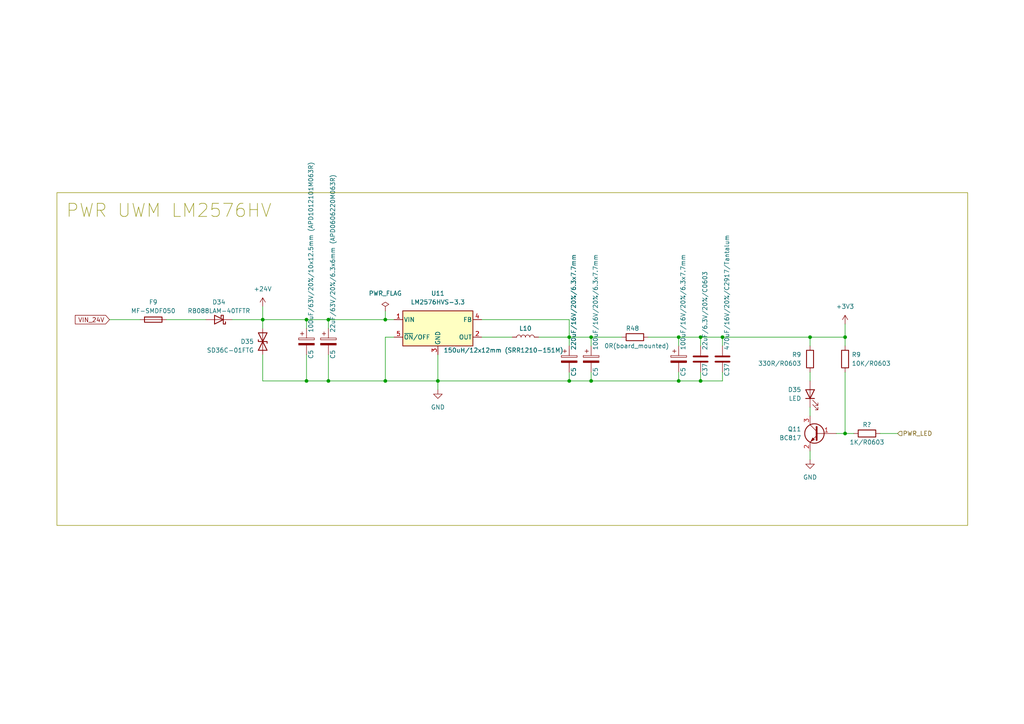
<source format=kicad_sch>
(kicad_sch (version 20230121) (generator eeschema)
  (paper "A4")
  (title_block (title "SAM4E") (date "2023-12-22") (rev "A") (comment 1 "Author: Nicolae-Andrei Vasile"))
  (lib_symbols
    (symbol "Device:C" (pin_numbers hide) (pin_names (offset 0.254))
      (property "Reference" "C" (at 0.635 2.54 0))
      (property "Value" "C" (at 0.635 -2.54 0))
      (symbol "C_0_1"
        (polyline (pts (xy -2.032 -0.762) (xy 2.032 -0.762)) (stroke (width 0.508)))
        (polyline (pts (xy -2.032 0.762) (xy 2.032 0.762)) (stroke (width 0.508)))
      )
      (symbol "C_1_1"
        (pin passive line (at 0 3.81 270) (length 2.794) (name "~") (number "1"))
        (pin passive line (at 0 -3.81 90) (length 2.794) (name "~") (number "2"))
      )
    )
    (symbol "Device:C_Polarized" (pin_numbers hide) (pin_names (offset 0.254))
      (property "Reference" "C" (at 0.635 2.54 0))
      (property "Value" "C_Polarized" (at 0.635 -2.54 0))
      (symbol "C_Polarized_0_1"
        (rectangle (start -2.286 0.508) (end 2.286 1.016))
        (polyline (pts (xy -1.778 2.286) (xy -0.762 2.286)))
        (polyline (pts (xy -1.27 2.794) (xy -1.27 1.778)))
        (rectangle (start 2.286 -0.508) (end -2.286 -1.016) (fill (type outline)))
      )
      (symbol "C_Polarized_1_1"
        (pin passive line (at 0 3.81 270) (length 2.794) (name "~") (number "1"))
        (pin passive line (at 0 -3.81 90) (length 2.794) (name "~") (number "2"))
      )
    )
    (symbol "Device:D_Schottky" (pin_numbers hide) (pin_names (offset 1.016) hide)
      (property "Reference" "D" (at 0 2.54 0))
      (property "Value" "D_Schottky" (at 0 -2.54 0))
      (symbol "D_Schottky_0_1"
        (polyline (pts (xy 1.27 0) (xy -1.27 0)))
        (polyline (pts (xy 1.27 1.27) (xy 1.27 -1.27) (xy -1.27 0) (xy 1.27 1.27)) (stroke (width 0.254)))
        (polyline (pts (xy -1.905 0.635) (xy -1.905 1.27) (xy -1.27 1.27) (xy -1.27 -1.27) (xy -0.635 -1.27) (xy -0.635 -0.635)) (stroke (width 0.254)))
      )
      (symbol "D_Schottky_1_1"
        (pin passive line (at -3.81 0 0) (length 2.54) (name "K") (number "1"))
        (pin passive line (at 3.81 0 180) (length 2.54) (name "A") (number "2"))
      )
    )
    (symbol "Device:Fuse" (pin_numbers hide) (pin_names (offset 0))
      (property "Reference" "F" (at 2.032 0 90))
      (property "Value" "Fuse" (at -1.905 0 90))
      (symbol "Fuse_0_1"
        (rectangle (start -0.762 -2.54) (end 0.762 2.54) (stroke (width 0.254)))
        (polyline (pts (xy 0 2.54) (xy 0 -2.54)))
      )
      (symbol "Fuse_1_1"
        (pin passive line (at 0 3.81 270) (length 1.27) (name "~") (number "1"))
        (pin passive line (at 0 -3.81 90) (length 1.27) (name "~") (number "2"))
      )
    )
    (symbol "Device:L" (pin_numbers hide) (pin_names (offset 1.016) hide)
      (property "Reference" "L" (at -1.27 0 90))
      (property "Value" "L" (at 1.905 0 90))
      (symbol "L_0_1"
        (arc (start 0 -2.54) (mid 0.6323 -1.905) (end 0 -1.27))
        (arc (start 0 -1.27) (mid 0.6323 -0.635) (end 0 0))
        (arc (start 0 0) (mid 0.6323 0.635) (end 0 1.27))
        (arc (start 0 1.27) (mid 0.6323 1.905) (end 0 2.54))
      )
      (symbol "L_1_1"
        (pin passive line (at 0 3.81 270) (length 1.27) (name "1") (number "1"))
        (pin passive line (at 0 -3.81 90) (length 1.27) (name "2") (number "2"))
      )
    )
    (symbol "Device:LED" (pin_numbers hide) (pin_names (offset 1.016) hide)
      (property "Reference" "D" (at 0 2.54 0))
      (property "Value" "LED" (at 0 -2.54 0))
      (symbol "LED_0_1"
        (polyline (pts (xy -1.27 -1.27) (xy -1.27 1.27)) (stroke (width 0.254)))
        (polyline (pts (xy -1.27 0) (xy 1.27 0)))
        (polyline (pts (xy 1.27 -1.27) (xy 1.27 1.27) (xy -1.27 0) (xy 1.27 -1.27)) (stroke (width 0.254)))
        (polyline (pts (xy -3.048 -0.762) (xy -4.572 -2.286) (xy -3.81 -2.286) (xy -4.572 -2.286) (xy -4.572 -1.524)))
        (polyline (pts (xy -1.778 -0.762) (xy -3.302 -2.286) (xy -2.54 -2.286) (xy -3.302 -2.286) (xy -3.302 -1.524)))
      )
      (symbol "LED_1_1"
        (pin passive line (at -3.81 0 0) (length 2.54) (name "K") (number "1"))
        (pin passive line (at 3.81 0 180) (length 2.54) (name "A") (number "2"))
      )
    )
    (symbol "Device:R" (pin_numbers hide) (pin_names (offset 0))
      (property "Reference" "R" (at 2.032 0 90))
      (property "Value" "R" (at 0 0 90))
      (symbol "R_0_1"
        (rectangle (start -1.016 -2.54) (end 1.016 2.54) (stroke (width 0.254)))
      )
      (symbol "R_1_1"
        (pin passive line (at 0 3.81 270) (length 1.27) (name "~") (number "1"))
        (pin passive line (at 0 -3.81 90) (length 1.27) (name "~") (number "2"))
      )
    )
    (symbol "Regulator_Switching:LM2576HVS-3.3" (pin_names (offset 0.254))
      (property "Reference" "U" (at -10.16 6.35 0))
      (property "Value" "LM2576HVS-3.3" (at 0 6.35 0))
      (symbol "LM2576HVS-3.3_0_1"
        (rectangle (start -10.16 5.08) (end 10.16 -5.08) (stroke (width 0.254)) (fill (type background)))
      )
      (symbol "LM2576HVS-3.3_1_1"
        (pin power_in line (at -12.7 2.54 0) (length 2.54) (name "VIN") (number "1"))
        (pin output line (at 12.7 -2.54 180) (length 2.54) (name "OUT") (number "2"))
        (pin power_in line (at 0 -7.62 90) (length 2.54) (name "GND") (number "3"))
        (pin input line (at 12.7 2.54 180) (length 2.54) (name "FB") (number "4"))
        (pin input line (at -12.7 -2.54 0) (length 2.54) (name "~{ON}/OFF") (number "5"))
      )
    )
    (symbol "SparkFun-DiscreteSemi:D_TVS" (pin_numbers hide) (pin_names (offset 1.016) hide)
      (property "Reference" "D" (at 0 2.54 0))
      (property "Value" "D_TVS" (at 0 -2.54 0))
      (symbol "D_TVS_0_1"
        (polyline (pts (xy 1.27 0) (xy -1.27 0)))
        (polyline (pts (xy 0.508 1.27) (xy 0 1.27) (xy 0 -1.27) (xy -0.508 -1.27)) (stroke (width 0.254)))
        (polyline (pts (xy -2.54 1.27) (xy -2.54 -1.27) (xy 2.54 1.27) (xy 2.54 -1.27) (xy -2.54 1.27)) (stroke (width 0.254)))
      )
      (symbol "D_TVS_1_1"
        (pin passive line (at -3.81 0 0) (length 2.54) (name "A1") (number "1"))
        (pin passive line (at 3.81 0 180) (length 2.54) (name "A2") (number "2"))
      )
    )
    (symbol "Transistor_BJT:BC817" (pin_names (offset 0) hide)
      (property "Reference" "Q" (at 5.08 1.905 0))
      (property "Value" "BC817" (at 5.08 0 0))
      (symbol "BC817_0_1"
        (polyline (pts (xy 0.635 0.635) (xy 2.54 2.54)))
        (polyline (pts (xy 0.635 -0.635) (xy 2.54 -2.54) (xy 2.54 -2.54)))
        (polyline (pts (xy 0.635 1.905) (xy 0.635 -1.905) (xy 0.635 -1.905)) (stroke (width 0.508)))
        (polyline (pts (xy 1.27 -1.778) (xy 1.778 -1.27) (xy 2.286 -2.286) (xy 1.27 -1.778) (xy 1.27 -1.778)) (fill (type outline)))
        (circle (center 1.27 0) (radius 2.8194) (stroke (width 0.254)))
      )
      (symbol "BC817_1_1"
        (pin input line (at -5.08 0 0) (length 5.715) (name "B") (number "1"))
        (pin passive line (at 2.54 -5.08 90) (length 2.54) (name "E") (number "2"))
        (pin passive line (at 2.54 5.08 270) (length 2.54) (name "C") (number "3"))
      )
    )
    (symbol "power:+24V" (power) (pin_names (offset 0))
      (property "Value" "+24V" (at 0 3.556 0))
      (symbol "+24V_0_1"
        (polyline (pts (xy -0.762 1.27) (xy 0 2.54)))
        (polyline (pts (xy 0 0) (xy 0 2.54)))
        (polyline (pts (xy 0 2.54) (xy 0.762 1.27)))
      )
      (symbol "+24V_1_1"
        (pin power_in line (at 0 0 90) (length 0) hide (name "+24V") (number "1"))
      )
    )
    (symbol "power:+3V3" (power) (pin_names (offset 0))
      (property "Value" "+3V3" (at 0 3.556 0))
      (symbol "+3V3_0_1"
        (polyline (pts (xy -0.762 1.27) (xy 0 2.54)))
        (polyline (pts (xy 0 0) (xy 0 2.54)))
        (polyline (pts (xy 0 2.54) (xy 0.762 1.27)))
      )
      (symbol "+3V3_1_1"
        (pin power_in line (at 0 0 90) (length 0) hide (name "+3V3") (number "1"))
      )
    )
    (symbol "power:GND" (power) (pin_names (offset 0))
      (property "Value" "GND" (at 0 -3.81 0))
      (symbol "GND_0_1"
        (polyline (pts (xy 0 0) (xy 0 -1.27) (xy 1.27 -1.27) (xy 0 -2.54) (xy -1.27 -1.27) (xy 0 -1.27)))
      )
      (symbol "GND_1_1"
        (pin power_in line (at 0 0 270) (length 0) hide (name "GND") (number "1"))
      )
    )
    (symbol "power:PWR_FLAG" (power) (pin_numbers hide) (pin_names (offset 0) hide)
      (property "Value" "PWR_FLAG" (at 0 3.81 0))
      (symbol "PWR_FLAG_0_0"
        (pin power_out line (at 0 0 90) (length 0) (name "pwr") (number "1"))
      )
      (symbol "PWR_FLAG_0_1"
        (polyline (pts (xy 0 0) (xy 0 1.27) (xy -1.016 1.905) (xy 0 2.54) (xy 1.016 1.905) (xy 0 1.27)))
      )
    )
  )
  (junction (at 245.11 125.73))
  (junction (at 88.9 92.71))
  (junction (at 196.85 110.49))
  (junction (at 209.55 97.79))
  (junction (at 165.1 110.49))
  (junction (at 196.85 97.79))
  (junction (at 111.76 92.71))
  (junction (at 95.25 92.71))
  (junction (at 171.45 97.79))
  (junction (at 127 110.49))
  (junction (at 171.45 110.49))
  (junction (at 95.25 110.49))
  (junction (at 245.11 97.79))
  (junction (at 165.1 97.79))
  (junction (at 111.76 110.49))
  (junction (at 76.2 92.71))
  (junction (at 203.2 110.49))
  (junction (at 203.2 97.79))
  (junction (at 234.95 97.79))
  (junction (at 88.9 110.49))
  (wire (pts (xy 165.1 107.95) (xy 165.1 110.49)))
  (wire (pts (xy 88.9 92.71) (xy 95.25 92.71)))
  (wire (pts (xy 165.1 110.49) (xy 171.45 110.49)))
  (wire (pts (xy 127 110.49) (xy 127 113.03)))
  (wire (pts (xy 196.85 110.49) (xy 203.2 110.49)))
  (wire (pts (xy 88.9 102.87) (xy 88.9 110.49)))
  (wire (pts (xy 127 102.87) (xy 127 110.49)))
  (wire (pts (xy 31.75 92.71) (xy 40.64 92.71)))
  (wire (pts (xy 95.25 102.87) (xy 95.25 110.49)))
  (wire (pts (xy 187.96 97.79) (xy 196.85 97.79)))
  (wire (pts (xy 48.26 92.71) (xy 59.69 92.71)))
  (wire (pts (xy 76.2 92.71) (xy 88.9 92.71)))
  (wire (pts (xy 139.7 92.71) (xy 165.1 92.71)))
  (wire (pts (xy 203.2 110.49) (xy 203.2 107.95)))
  (wire (pts (xy 165.1 110.49) (xy 127 110.49)))
  (wire (pts (xy 95.25 92.71) (xy 111.76 92.71)))
  (wire (pts (xy 255.27 125.73) (xy 260.35 125.73)))
  (wire (pts (xy 76.2 88.9) (xy 76.2 92.71)))
  (wire (pts (xy 165.1 97.79) (xy 165.1 100.33)))
  (wire (pts (xy 171.45 110.49) (xy 196.85 110.49)))
  (wire (pts (xy 245.11 93.98) (xy 245.11 97.79)))
  (wire (pts (xy 245.11 107.95) (xy 245.11 125.73)))
  (wire (pts (xy 111.76 97.79) (xy 111.76 110.49)))
  (wire (pts (xy 245.11 125.73) (xy 242.57 125.73)))
  (wire (pts (xy 88.9 92.71) (xy 88.9 95.25)))
  (wire (pts (xy 245.11 125.73) (xy 247.65 125.73)))
  (wire (pts (xy 139.7 97.79) (xy 148.59 97.79)))
  (wire (pts (xy 165.1 92.71) (xy 165.1 97.79)))
  (wire (pts (xy 111.76 90.17) (xy 111.76 92.71)))
  (wire (pts (xy 88.9 110.49) (xy 95.25 110.49)))
  (wire (pts (xy 203.2 110.49) (xy 209.55 110.49)))
  (wire (pts (xy 76.2 92.71) (xy 76.2 95.25)))
  (wire (pts (xy 111.76 92.71) (xy 114.3 92.71)))
  (wire (pts (xy 209.55 110.49) (xy 209.55 107.95)))
  (wire (pts (xy 209.55 97.79) (xy 234.95 97.79)))
  (wire (pts (xy 67.31 92.71) (xy 76.2 92.71)))
  (wire (pts (xy 95.25 110.49) (xy 111.76 110.49)))
  (wire (pts (xy 111.76 110.49) (xy 127 110.49)))
  (wire (pts (xy 234.95 130.81) (xy 234.95 133.35)))
  (wire (pts (xy 203.2 97.79) (xy 209.55 97.79)))
  (wire (pts (xy 171.45 97.79) (xy 171.45 100.33)))
  (wire (pts (xy 203.2 97.79) (xy 203.2 100.33)))
  (wire (pts (xy 234.95 118.11) (xy 234.95 120.65)))
  (wire (pts (xy 234.95 97.79) (xy 234.95 100.33)))
  (wire (pts (xy 165.1 97.79) (xy 171.45 97.79)))
  (wire (pts (xy 171.45 110.49) (xy 171.45 107.95)))
  (wire (pts (xy 95.25 92.71) (xy 95.25 95.25)))
  (wire (pts (xy 209.55 97.79) (xy 209.55 100.33)))
  (wire (pts (xy 196.85 97.79) (xy 203.2 97.79)))
  (wire (pts (xy 196.85 97.79) (xy 196.85 100.33)))
  (wire (pts (xy 245.11 97.79) (xy 234.95 97.79)))
  (wire (pts (xy 114.3 97.79) (xy 111.76 97.79)))
  (wire (pts (xy 76.2 102.87) (xy 76.2 110.49)))
  (wire (pts (xy 234.95 107.95) (xy 234.95 110.49)))
  (wire (pts (xy 245.11 100.33) (xy 245.11 97.79)))
  (wire (pts (xy 171.45 97.79) (xy 180.34 97.79)))
  (wire (pts (xy 76.2 110.49) (xy 88.9 110.49)))
  (wire (pts (xy 165.1 97.79) (xy 156.21 97.79)))
  (wire (pts (xy 196.85 110.49) (xy 196.85 107.95)))
  (rectangle (start 16.51 55.88) (end 280.67 152.4) (stroke (width 0) (color 140 140 0 1)))
  (text "PWR UWM LM2576HV" (at 19.05 63.5 0) (effects (font (size 3.81 3.81)) (justify left bottom)))
  (global_label "VIN_24V" (shape input) (at 31.75 92.71 180) (property "Intersheetrefs" "${INTERSHEET_REFS}" (effects hide)))
  (hierarchical_label "PWR_LED" (shape input) (at 260.35 125.73 0))
  (symbol (lib_id "Device:C_Polarized") (at 196.85 104.14 0) (unit 1)
    (property "Reference" "C5" (at 198.12 109.22 90) (effects (justify left)))
    (property "Value" "100uF/16V/20%/6.3x7.7mm" (at 198.12 101.6 90) (effects (justify left)))
    (property "Footprint" "Capacitor_SMD:CP_Elec_6.3x7.7" (effects hide))
    (instances (project "SAM4E-PLC" (path "" (reference "C5") (unit 1)) (path "" (reference "C71") (unit 1))))
  )
  (symbol (lib_id "Device:C_Polarized") (at 95.25 99.06 0) (unit 1)
    (property "Reference" "C5" (at 96.52 104.14 90) (effects (justify left)))
    (property "Value" "22uF/63V/20%/6.3x6mm (APD0606220M063R)" (at 96.52 96.52 90) (effects (justify left)))
    (property "Footprint" "Capacitor_SMD:CP_Elec_6.3x5.9" (effects hide))
    (instances (project "SAM4E-PLC" (path "" (reference "C5") (unit 1)) (path "" (reference "C68") (unit 1))))
  )
  (symbol (lib_id "Device:C") (at 209.55 104.14 0) (unit 1)
    (property "Reference" "C37" (at 210.82 109.22 90) (effects (justify left)))
    (property "Value" "470uF/16V/20%/C2917/Tantalum" (at 210.82 101.6 90) (effects (justify left)))
    (property "Footprint" "Capacitor_Tantalum_SMD:CP_EIA-7343-30_AVX-N" (effects hide))
    (instances (project "SAM4E-PLC" (path "" (reference "C37") (unit 1)) (path "" (reference "C55") (unit 1)) (path "" (reference "C73") (unit 1))))
  )
  (symbol (lib_id "power:GND") (at 234.95 133.35 0) (unit 1)
    (property "Reference" "#PWR071" (effects hide))
    (property "Value" "GND" (at 234.95 138.43 0))
  )
  (symbol (lib_id "power:+3V3") (at 245.11 93.98 0) (unit 1)
    (property "Reference" "#PWR072" (effects hide))
    (property "Value" "+3V3" (at 245.11 88.9 0))
  )
  (symbol (lib_id "Device:C_Polarized") (at 165.1 104.14 0) (unit 1)
    (property "Reference" "C5" (at 166.37 109.22 90) (effects (justify left)))
    (property "Value" "220uF/16V/20%/6.3x7.7mm" (at 166.37 101.6 90) (effects (justify left)))
    (property "Footprint" "Capacitor_SMD:CP_Elec_6.3x7.7" (effects hide))
    (instances (project "SAM4E-PLC" (path "" (reference "C5") (unit 1)) (path "" (reference "C69") (unit 1))))
  )
  (symbol (lib_id "SparkFun-DiscreteSemi:D_TVS") (at 76.2 99.06 90) (unit 1)
    (property "Reference" "D35" (at 73.66 99.06 90) (effects (justify left)))
    (property "Value" "SD36C-01FTG" (at 73.66 101.6 90) (effects (justify left)))
    (property "Footprint" "Diode_SMD:D_SOD-323" (effects hide))
    (property "Datasheet" "https://ro.mouser.com/datasheet/2/240/media-3322419.pdf" (effects hide))
  )
  (symbol (lib_id "power:+24V") (at 76.2 88.9 0) (unit 1)
    (property "Reference" "#PWR069" (effects hide))
    (property "Value" "+24V" (at 76.2 83.82 0))
  )
  (symbol (lib_id "Device:Fuse") (at 44.45 92.71 90) (unit 1)
    (property "Reference" "F9" (at 44.45 87.63 90))
    (property "Value" "MF-SMDF050" (at 44.45 90.17 90))
    (property "Footprint" "Fuse:Fuse_2010_5025Metric" (effects hide))
    (property "Datasheet" "https://ro.mouser.com/datasheet/2/54/mf_smdf-1145293.pdf" (effects hide))
    (instances (project "SAM4E-PLC" (path "" (reference "F9") (unit 1)) (path "" (reference "F13") (unit 1))))
  )
  (symbol (lib_id "power:GND") (at 127 113.03 0) (unit 1)
    (property "Reference" "#PWR070" (effects hide))
    (property "Value" "GND" (at 127 118.11 0))
  )
  (symbol (lib_id "Regulator_Switching:LM2576HVS-3.3") (at 127 95.25 0) (unit 1)
    (property "Reference" "U11" (at 127 85.09 0))
    (property "Value" "LM2576HVS-3.3" (at 127 87.63 0))
    (property "Footprint" "Package_TO_SOT_SMD:TO-263-5_TabPin3" (effects hide))
    (property "Datasheet" "http://www.ti.com/lit/ds/symlink/lm2576.pdf" (effects hide))
  )
  (symbol (lib_id "Transistor_BJT:BC817") (at 237.49 125.73 0) (mirror y) (unit 1)
    (property "Reference" "Q11" (at 232.41 124.46 0) (effects (justify left)))
    (property "Value" "BC817" (at 232.41 127 0) (effects (justify left)))
    (property "Footprint" "Package_TO_SOT_SMD:SOT-23" (effects hide))
    (property "Datasheet" "https://www.onsemi.com/pub/Collateral/BC818-D.pdf" (effects hide))
  )
  (symbol (lib_id "Device:C_Polarized") (at 88.9 99.06 0) (unit 1)
    (property "Reference" "C5" (at 90.17 104.14 90) (effects (justify left)))
    (property "Value" "100uF/63V/20%/10x12.5mm (APD1012101M063R)" (at 90.17 96.52 90) (effects (justify left)))
    (property "Footprint" "Capacitor_SMD:CP_Elec_10x12.5" (effects hide))
    (instances (project "SAM4E-PLC" (path "" (reference "C5") (unit 1)) (path "" (reference "C67") (unit 1))))
  )
  (symbol (lib_id "Device:R") (at 234.95 104.14 0) (unit 1)
    (property "Reference" "R9" (at 232.41 102.87 0) (effects (justify right)))
    (property "Value" "330R/R0603" (at 232.41 105.41 0) (effects (justify right)))
    (property "Footprint" "Resistor_SMD:R_0603_1608Metric" (effects hide))
    (instances (project "SAM4E-PLC" (path "" (reference "R9") (unit 1)) (path "" (reference "R88") (unit 1)) (path "" (reference "R87") (unit 1))))
  )
  (symbol (lib_id "Device:R") (at 245.11 104.14 0) (unit 1)
    (property "Reference" "R9" (at 247.015 102.87 0) (effects (justify left)))
    (property "Value" "10K/R0603" (at 247.015 105.41 0) (effects (justify left)))
    (property "Footprint" "Resistor_SMD:R_0603_1608Metric" (effects hide))
    (instances (project "SAM4E-PLC" (path "" (reference "R9") (unit 1)) (path "" (reference "R88") (unit 1)) (path "" (reference "R88") (unit 1))))
  )
  (symbol (lib_id "Device:R") (at 251.46 125.73 90) (mirror x) (unit 1)
    (property "Reference" "R?" (at 251.46 123.19 90))
    (property "Value" "1K/R0603" (at 251.46 128.27 90))
    (property "Footprint" "Resistor_SMD:R_0603_1608Metric" (effects hide))
    (instances (project "ESP32-PLC" (path "" (reference "R?") (unit 1)) (path "" (reference "R23") (unit 1))) (project "SAM4E-PLC" (path "" (reference "R53") (unit 1)) (path "" (reference "R89") (unit 1))))
  )
  (symbol (lib_id "Device:C") (at 203.2 104.14 0) (unit 1)
    (property "Reference" "C37" (at 204.47 109.22 90) (effects (justify left)))
    (property "Value" "22uF/6.3V/20%/C0603" (at 204.47 101.6 90) (effects (justify left)))
    (property "Footprint" "Capacitor_SMD:C_0603_1608Metric" (effects hide))
    (instances (project "SAM4E-PLC" (path "" (reference "C37") (unit 1)) (path "" (reference "C55") (unit 1)) (path "" (reference "C72") (unit 1))))
  )
  (symbol (lib_id "Device:L") (at 152.4 97.79 90) (unit 1)
    (property "Reference" "L10" (at 152.4 95.25 90))
    (property "Value" "150uH/12x12mm (SRR1210-151M)" (at 146.05 101.6 90))
    (property "Footprint" "Inductor_SMD:L_12x12mm_H8mm" (effects hide))
    (property "Datasheet" "https://ro.mouser.com/datasheet/2/54/srr1210-1391529.pdf" (effects hide))
  )
  (symbol (lib_id "Device:C_Polarized") (at 171.45 104.14 0) (unit 1)
    (property "Reference" "C5" (at 172.72 109.22 90) (effects (justify left)))
    (property "Value" "100uF/16V/20%/6.3x7.7mm" (at 172.72 101.6 90) (effects (justify left)))
    (property "Footprint" "Capacitor_SMD:CP_Elec_6.3x7.7" (effects hide))
    (instances (project "SAM4E-PLC" (path "" (reference "C5") (unit 1)) (path "" (reference "C70") (unit 1))))
  )
  (symbol (lib_id "Device:LED") (at 234.95 114.3 90) (unit 1)
    (property "Reference" "D35" (at 232.41 113.03 90) (effects (justify left)))
    (property "Value" "LED" (at 232.41 115.57 90) (effects (justify left)))
    (property "Footprint" "LED_SMD:LED_0805_2012Metric" (effects hide))
    (instances (project "SAM4E-PLC" (path "" (reference "D35") (unit 1)) (path "" (reference "D36") (unit 1))))
  )
  (symbol (lib_id "Device:R") (at 184.15 97.79 90) (mirror x) (unit 1)
    (property "Reference" "R48" (at 185.42 95.25 90) (effects (justify left)))
    (property "Value" "0R(board_mounted)" (at 175.26 100.33 90) (effects (justify right)))
    (property "Footprint" "Resistor_SMD:R_0402_1005Metric" (effects hide))
    (instances (project "SAM4E-PLC" (path "" (reference "R48") (unit 1)) (path "" (reference "R86") (unit 1))))
  )
  (symbol (lib_id "power:PWR_FLAG") (at 111.76 90.17 0) (unit 1)
    (property "Reference" "#FLG016" (effects hide))
    (property "Value" "PWR_FLAG" (at 111.76 85.09 0))
    (instances (project "SAM4E-PLC" (path "" (reference "#FLG016") (unit 1)) (path "" (reference "#FLG013") (unit 1))))
  )
  (symbol (lib_id "Device:D_Schottky") (at 63.5 92.71 180) (unit 1)
    (property "Reference" "D34" (at 63.5 87.63 0))
    (property "Value" "RB088LAM-40TFTR" (at 63.5 90.17 0))
    (property "Footprint" "Diode_SMD:D_SOD-128" (effects hide))
    (property "Datasheet" "https://fscdn.rohm.com/en/products/databook/datasheet/discrete/diode/schottky_barrier/rb088lam-40tftr-e.pdf" (effects hide))
  )
)
</source>
